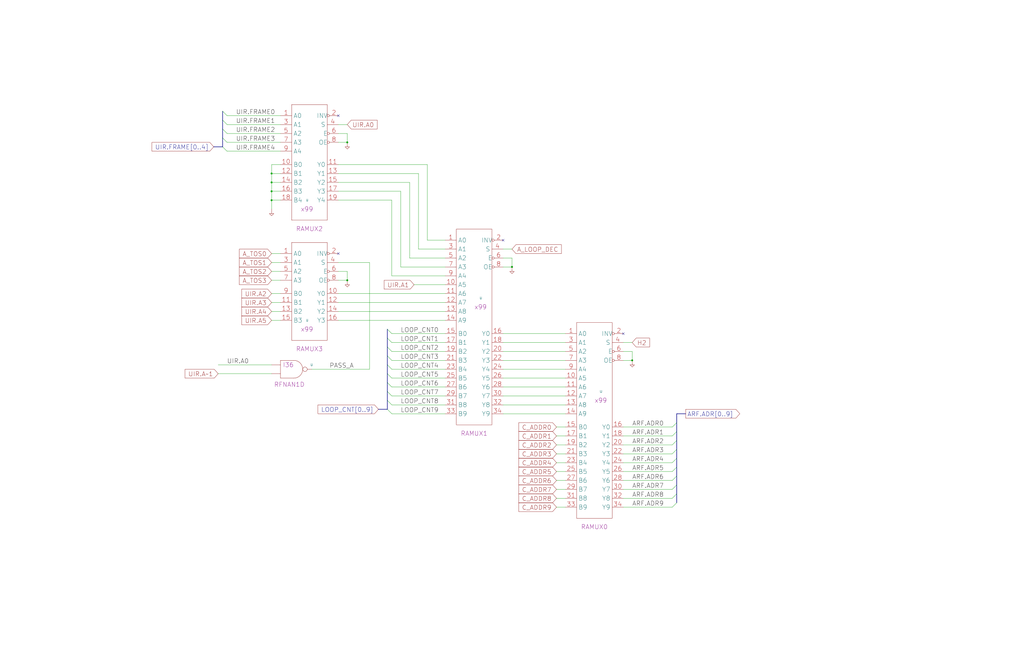
<source format=kicad_sch>
(kicad_sch (version 20220404) (generator eeschema)
  (paper "User" 584.2 378.46)
  (title_block (title "REGISTER FILE CONTROL\\nA ADDRESS GENERATION") (date "15-MAR-90") (rev "1.0") (comment 1 "TYPE") (comment 2 "232-003062") (comment 3 "S400") (comment 4 "RELEASED"))
  (lib_symbols
    (symbol "r1000:F00" (pin_numbers hide) (pin_names hide)
      (property "Reference" "U" (at 15.24 0 0))
      (property "Value" "F00" (at 1.905 -5.08 0))
      (property "Location" "___" (at 1.905 0 0))
      (property "Name" "______" (at 2.54 -12.7 0))
      (symbol "F00_0_1"
        (polyline (pts (xy -2.54 -7.62) (xy 5.08 -7.62)) (stroke (width 0.1524)))
        (polyline (pts (xy -2.54 2.54) (xy -2.54 -7.62)) (stroke (width 0.1524)))
        (polyline (pts (xy -2.54 2.54) (xy 5.08 2.54)) (stroke (width 0.1524)))
        (arc (start 5.08 -7.62) (mid 10.1282 -2.54) (end 5.08 2.54) (stroke (width 0.1524)))
        (circle (center 11.43 -2.54) (radius 1.27) (stroke (width 0.1524)))
      )
      (symbol "F00_0_2"
        (circle (center -3.81 -5.08) (radius 1.27) (stroke (width 0.1524)))
        (circle (center -3.81 0) (radius 1.27) (stroke (width 0.1524)))
        (arc (start -3.175 -7.62) (mid -2.134 -2.54) (end -3.175 2.54) (stroke (width 0.1524)))
        (polyline (pts (xy -3.175 -7.62) (xy 3.81 -7.62)) (stroke (width 0.1524)))
        (polyline (pts (xy -3.175 2.54) (xy 3.81 2.54)) (stroke (width 0.1524)))
        (arc (start 3.81 -7.62) (mid 7.5855 -5.8306) (end 10.16 -2.54) (stroke (width 0.1524)))
        (arc (start 10.16 -2.54) (mid 7.5827 0.7471) (end 3.81 2.54) (stroke (width 0.1524)))
      )
      (symbol "F00_1_1"
        (pin input line (at -7.62 0 0) (length 5.08) (name "D0") (number "1"))
        (pin input line (at -7.62 -5.08 0) (length 5.08) (name "D1") (number "2"))
        (pin output line (at 15.24 -2.54 180) (length 2.54) (name "Q") (number "3"))
      )
      (symbol "F00_1_2"
        (pin input line (at -7.62 0 0) (length 2.54) (name "D0") (number "1"))
        (pin input line (at -7.62 -5.08 0) (length 2.54) (name "D1") (number "2"))
        (pin output line (at 15.24 -2.54 180) (length 5.08) (name "Q") (number "3"))
      )
    )
    (symbol "r1000:PD" (power) (pin_numbers hide) (pin_names hide) (in_bom no)
      (symbol "PD_0_1"
        (polyline (pts (xy 0 -2.54) (xy 1.27 -2.54) (xy 0 -3.81) (xy -1.27 -2.54) (xy 0 -2.54)) (stroke (width 0.1524)))
      )
      (symbol "PD_1_1"
        (pin power_in line (at 0 0 270) (length 2.54) (name "PD") (number "1"))
      )
    )
    (symbol "r1000:XMUX10" (pin_names (offset 1.016))
      (property "Reference" "U" (at 2.54 5.08 0))
      (property "Value" "XMUX10" (at -6.35 -66.04 0))
      (property "Location" "___" (at -1.27 0 0))
      (property "Name" "______" (at -1.27 -73.66 0))
      (symbol "XMUX10_1_1"
        (rectangle (start -11.43 44.45) (end 8.89 -67.31))
        (circle (center 9.525 22.86) (radius 0.635))
        (circle (center 9.525 27.94) (radius 0.635))
        (circle (center 9.525 38.1) (radius 0.635))
        (pin input line (at -17.78 38.1 0) (length 6.35) (name "A0") (number "1"))
        (pin input line (at -17.78 12.7 0) (length 6.35) (name "A5") (number "10"))
        (pin input line (at -17.78 7.62 0) (length 6.35) (name "A6") (number "11"))
        (pin input line (at -17.78 2.54 0) (length 6.35) (name "A7") (number "12"))
        (pin input line (at -17.78 -2.54 0) (length 6.35) (name "A8") (number "13"))
        (pin input line (at -17.78 -7.62 0) (length 6.35) (name "A9") (number "14"))
        (pin input line (at -17.78 -15.24 0) (length 6.35) (name "B0") (number "15"))
        (pin tri_state line (at 15.24 -15.24 180) (length 6.35) (name "Y0") (number "16"))
        (pin input line (at -17.78 -20.32 0) (length 6.35) (name "B1") (number "17"))
        (pin tri_state line (at 15.24 -20.32 180) (length 6.35) (name "Y1") (number "18"))
        (pin input line (at -17.78 -25.4 0) (length 6.35) (name "B2") (number "19"))
        (pin input line (at 15.24 38.1 180) (length 5.08) (name "INV") (number "2"))
        (pin tri_state line (at 15.24 -25.4 180) (length 6.35) (name "Y2") (number "20"))
        (pin input line (at -17.78 -30.48 0) (length 6.35) (name "B3") (number "21"))
        (pin tri_state line (at 15.24 -30.48 180) (length 6.35) (name "Y3") (number "22"))
        (pin input line (at -17.78 -35.56 0) (length 6.35) (name "B4") (number "23"))
        (pin tri_state line (at 15.24 -35.56 180) (length 6.35) (name "Y4") (number "24"))
        (pin input line (at -17.78 -40.64 0) (length 6.35) (name "B5") (number "25"))
        (pin tri_state line (at 15.24 -40.64 180) (length 6.35) (name "Y5") (number "26"))
        (pin input line (at -17.78 -45.72 0) (length 6.35) (name "B6") (number "27"))
        (pin tri_state line (at 15.24 -45.72 180) (length 6.35) (name "Y6") (number "28"))
        (pin input line (at -17.78 -50.8 0) (length 6.35) (name "B7") (number "29"))
        (pin input line (at -17.78 33.02 0) (length 6.35) (name "A1") (number "3"))
        (pin tri_state line (at 15.24 -50.8 180) (length 6.35) (name "Y7") (number "30"))
        (pin input line (at -17.78 -55.88 0) (length 6.35) (name "B8") (number "31"))
        (pin tri_state line (at 15.24 -55.88 180) (length 6.35) (name "Y8") (number "32"))
        (pin input line (at -17.78 -60.96 0) (length 6.35) (name "B9") (number "33"))
        (pin tri_state line (at 15.24 -60.96 180) (length 6.35) (name "Y9") (number "34"))
        (pin input line (at 15.24 33.02 180) (length 6.35) (name "S") (number "4"))
        (pin input line (at -17.78 27.94 0) (length 6.35) (name "A2") (number "5"))
        (pin input line (at 15.24 27.94 180) (length 5.08) (name "E") (number "6"))
        (pin input line (at -17.78 22.86 0) (length 6.35) (name "A3") (number "7"))
        (pin input line (at 15.24 22.86 180) (length 5.08) (name "OE") (number "8"))
        (pin input line (at -17.78 17.78 0) (length 6.35) (name "A4") (number "9"))
      )
    )
    (symbol "r1000:XMUX4" (pin_names (offset 1.016))
      (property "Reference" "U" (at 2.54 5.08 0))
      (property "Value" "XMUX4" (at -1.27 -5.08 0))
      (property "Location" "___" (at -1.27 0 0))
      (property "Name" "______" (at 3.81 -12.7 0))
      (symbol "XMUX4_1_1"
        (rectangle (start -6.35 49.53) (end 13.97 -6.35))
        (circle (center 14.605 27.94) (radius 0.635))
        (circle (center 14.605 33.02) (radius 0.635))
        (circle (center 14.605 43.18) (radius 0.635))
        (pin input line (at -12.7 43.18 0) (length 6.35) (name "A0") (number "1"))
        (pin tri_state line (at 20.32 20.32 180) (length 6.35) (name "Y0") (number "10"))
        (pin input line (at -12.7 15.24 0) (length 6.35) (name "B1") (number "11"))
        (pin tri_state line (at 20.32 15.24 180) (length 6.35) (name "Y1") (number "12"))
        (pin input line (at -12.7 10.16 0) (length 6.35) (name "B2") (number "13"))
        (pin tri_state line (at 20.32 10.16 180) (length 6.35) (name "Y2") (number "14"))
        (pin input line (at -12.7 5.08 0) (length 6.35) (name "B3") (number "15"))
        (pin tri_state line (at 20.32 5.08 180) (length 6.35) (name "Y3") (number "16"))
        (pin input line (at 20.32 43.18 180) (length 5.08) (name "INV") (number "2"))
        (pin input line (at -12.7 38.1 0) (length 6.35) (name "A1") (number "3"))
        (pin input line (at 20.32 38.1 180) (length 6.35) (name "S") (number "4"))
        (pin input line (at -12.7 33.02 0) (length 6.35) (name "A2") (number "5"))
        (pin input line (at 20.32 33.02 180) (length 5.08) (name "E") (number "6"))
        (pin input line (at -12.7 27.94 0) (length 6.35) (name "A3") (number "7"))
        (pin input line (at 20.32 27.94 180) (length 5.08) (name "OE") (number "8"))
        (pin input line (at -12.7 20.32 0) (length 6.35) (name "B0") (number "9"))
      )
    )
    (symbol "r1000:XMUX5" (pin_names (offset 1.016))
      (property "Reference" "U" (at 2.54 5.08 0))
      (property "Value" "XMUX5" (at -1.27 -5.08 0))
      (property "Location" "___" (at -1.27 0 0))
      (property "Name" "______" (at 3.81 -12.7 0))
      (symbol "XMUX5_1_1"
        (rectangle (start -6.35 59.69) (end 13.97 -6.35))
        (circle (center 14.605 38.1) (radius 0.635))
        (circle (center 14.605 43.18) (radius 0.635))
        (circle (center 14.605 53.34) (radius 0.635))
        (pin input line (at -12.7 53.34 0) (length 6.35) (name "A0") (number "1"))
        (pin input line (at -12.7 25.4 0) (length 6.35) (name "B0") (number "10"))
        (pin tri_state line (at 20.32 25.4 180) (length 6.35) (name "Y0") (number "11"))
        (pin input line (at -12.7 20.32 0) (length 6.35) (name "B1") (number "12"))
        (pin tri_state line (at 20.32 20.32 180) (length 6.35) (name "Y1") (number "13"))
        (pin input line (at -12.7 15.24 0) (length 6.35) (name "B2") (number "14"))
        (pin tri_state line (at 20.32 15.24 180) (length 6.35) (name "Y2") (number "15"))
        (pin input line (at -12.7 10.16 0) (length 6.35) (name "B3") (number "16"))
        (pin tri_state line (at 20.32 10.16 180) (length 6.35) (name "Y3") (number "17"))
        (pin input line (at -12.7 5.08 0) (length 6.35) (name "B4") (number "18"))
        (pin tri_state line (at 20.32 5.08 180) (length 6.35) (name "Y4") (number "19"))
        (pin input line (at 20.32 53.34 180) (length 5.08) (name "INV") (number "2"))
        (pin input line (at -12.7 48.26 0) (length 6.35) (name "A1") (number "3"))
        (pin input line (at 20.32 48.26 180) (length 6.35) (name "S") (number "4"))
        (pin input line (at -12.7 43.18 0) (length 6.35) (name "A2") (number "5"))
        (pin input line (at 20.32 43.18 180) (length 5.08) (name "E") (number "6"))
        (pin input line (at -12.7 38.1 0) (length 6.35) (name "A3") (number "7"))
        (pin input line (at 20.32 38.1 180) (length 5.08) (name "OE") (number "8"))
        (pin input line (at -12.7 33.02 0) (length 6.35) (name "A4") (number "9"))
      )
    )
  )
  (junction (at 198.12 81.28))
  (junction (at 154.94 104.14))
  (junction (at 154.94 114.3))
  (junction (at 154.94 99.06))
  (junction (at 360.68 205.74))
  (junction (at 292.1 152.4))
  (junction (at 198.12 160.02))
  (junction (at 154.94 109.22))
  (no_connect (at 287.02 137.16))
  (no_connect (at 193.04 144.78))
  (no_connect (at 193.04 66.04))
  (no_connect (at 355.6 190.5))
  (bus_entry (at 386.08 261.62) (size -2.54 2.54))
  (bus_entry (at 386.08 251.46) (size -2.54 2.54))
  (bus_entry (at 127 83.82) (size 2.54 2.54))
  (bus_entry (at 220.98 203.2) (size 2.54 2.54))
  (bus_entry (at 386.08 287.02) (size -2.54 2.54))
  (bus_entry (at 127 68.58) (size 2.54 2.54))
  (bus_entry (at 386.08 281.94) (size -2.54 2.54))
  (bus_entry (at 220.98 228.6) (size 2.54 2.54))
  (bus_entry (at 220.98 233.68) (size 2.54 2.54))
  (bus_entry (at 386.08 276.86) (size -2.54 2.54))
  (bus_entry (at 127 73.66) (size 2.54 2.54))
  (bus_entry (at 220.98 193.04) (size 2.54 2.54))
  (bus_entry (at 220.98 213.36) (size 2.54 2.54))
  (bus_entry (at 386.08 266.7) (size -2.54 2.54))
  (bus_entry (at 386.08 241.3) (size -2.54 2.54))
  (bus_entry (at 127 63.5) (size 2.54 2.54))
  (bus_entry (at 127 78.74) (size 2.54 2.54))
  (bus_entry (at 386.08 246.38) (size -2.54 2.54))
  (bus_entry (at 220.98 187.96) (size 2.54 2.54))
  (bus_entry (at 386.08 271.78) (size -2.54 2.54))
  (bus_entry (at 220.98 218.44) (size 2.54 2.54))
  (bus_entry (at 386.08 256.54) (size -2.54 2.54))
  (bus_entry (at 220.98 223.52) (size 2.54 2.54))
  (bus_entry (at 220.98 208.28) (size 2.54 2.54))
  (bus_entry (at 220.98 198.12) (size 2.54 2.54))
  (wire (pts (xy 129.54 81.28) (xy 160.02 81.28)))
  (bus (pts (xy 386.08 251.46) (xy 386.08 246.38)))
  (wire (pts (xy 193.04 109.22) (xy 228.6 109.22)))
  (wire (pts (xy 223.52 114.3) (xy 223.52 157.48)))
  (wire (pts (xy 355.6 289.56) (xy 383.54 289.56)))
  (wire (pts (xy 287.02 236.22) (xy 322.58 236.22)))
  (wire (pts (xy 193.04 160.02) (xy 198.12 160.02)))
  (wire (pts (xy 287.02 152.4) (xy 292.1 152.4)))
  (bus (pts (xy 121.92 83.82) (xy 127 83.82)))
  (wire (pts (xy 317.5 269.24) (xy 322.58 269.24)))
  (wire (pts (xy 223.52 190.5) (xy 254 190.5)))
  (wire (pts (xy 355.6 243.84) (xy 383.54 243.84)))
  (wire (pts (xy 129.54 71.12) (xy 160.02 71.12)))
  (wire (pts (xy 223.52 210.82) (xy 254 210.82)))
  (wire (pts (xy 317.5 284.48) (xy 322.58 284.48)))
  (wire (pts (xy 233.68 104.14) (xy 193.04 104.14)))
  (wire (pts (xy 287.02 215.9) (xy 322.58 215.9)))
  (wire (pts (xy 355.6 274.32) (xy 383.54 274.32)))
  (bus (pts (xy 386.08 261.62) (xy 386.08 256.54)))
  (bus (pts (xy 386.08 276.86) (xy 386.08 271.78)))
  (wire (pts (xy 360.68 205.74) (xy 360.68 200.66)))
  (bus (pts (xy 386.08 236.22) (xy 391.16 236.22)))
  (wire (pts (xy 154.94 119.38) (xy 154.94 114.3)))
  (wire (pts (xy 355.6 284.48) (xy 383.54 284.48)))
  (wire (pts (xy 154.94 149.86) (xy 160.02 149.86)))
  (wire (pts (xy 243.84 137.16) (xy 254 137.16)))
  (wire (pts (xy 317.5 243.84) (xy 322.58 243.84)))
  (bus (pts (xy 220.98 208.28) (xy 220.98 213.36)))
  (wire (pts (xy 154.94 182.88) (xy 160.02 182.88)))
  (wire (pts (xy 129.54 76.2) (xy 160.02 76.2)))
  (wire (pts (xy 177.8 210.82) (xy 210.82 210.82)))
  (wire (pts (xy 193.04 99.06) (xy 238.76 99.06)))
  (wire (pts (xy 193.04 172.72) (xy 254 172.72)))
  (wire (pts (xy 193.04 149.86) (xy 210.82 149.86)))
  (wire (pts (xy 355.6 195.58) (xy 360.68 195.58)))
  (wire (pts (xy 243.84 93.98) (xy 243.84 137.16)))
  (bus (pts (xy 220.98 193.04) (xy 220.98 198.12)))
  (bus (pts (xy 386.08 256.54) (xy 386.08 251.46)))
  (wire (pts (xy 360.68 200.66) (xy 355.6 200.66)))
  (wire (pts (xy 223.52 114.3) (xy 193.04 114.3)))
  (wire (pts (xy 287.02 226.06) (xy 322.58 226.06)))
  (wire (pts (xy 154.94 114.3) (xy 160.02 114.3)))
  (wire (pts (xy 154.94 154.94) (xy 160.02 154.94)))
  (wire (pts (xy 292.1 147.32) (xy 287.02 147.32)))
  (bus (pts (xy 127 63.5) (xy 127 68.58)))
  (wire (pts (xy 228.6 109.22) (xy 228.6 152.4)))
  (wire (pts (xy 154.94 99.06) (xy 160.02 99.06)))
  (wire (pts (xy 223.52 200.66) (xy 254 200.66)))
  (wire (pts (xy 287.02 195.58) (xy 322.58 195.58)))
  (wire (pts (xy 154.94 104.14) (xy 160.02 104.14)))
  (wire (pts (xy 228.6 152.4) (xy 254 152.4)))
  (wire (pts (xy 193.04 177.8) (xy 254 177.8)))
  (bus (pts (xy 386.08 281.94) (xy 386.08 276.86)))
  (wire (pts (xy 154.94 93.98) (xy 160.02 93.98)))
  (bus (pts (xy 220.98 228.6) (xy 220.98 233.68)))
  (wire (pts (xy 210.82 210.82) (xy 210.82 149.86)))
  (wire (pts (xy 193.04 167.64) (xy 254 167.64)))
  (wire (pts (xy 317.5 274.32) (xy 322.58 274.32)))
  (wire (pts (xy 198.12 76.2) (xy 193.04 76.2)))
  (wire (pts (xy 238.76 142.24) (xy 254 142.24)))
  (wire (pts (xy 287.02 190.5) (xy 322.58 190.5)))
  (wire (pts (xy 355.6 264.16) (xy 383.54 264.16)))
  (bus (pts (xy 127 78.74) (xy 127 83.82)))
  (wire (pts (xy 355.6 205.74) (xy 360.68 205.74)))
  (wire (pts (xy 236.22 162.56) (xy 254 162.56)))
  (wire (pts (xy 317.5 259.08) (xy 322.58 259.08)))
  (wire (pts (xy 154.94 109.22) (xy 154.94 104.14)))
  (wire (pts (xy 287.02 231.14) (xy 322.58 231.14)))
  (bus (pts (xy 220.98 198.12) (xy 220.98 203.2)))
  (wire (pts (xy 154.94 104.14) (xy 154.94 99.06)))
  (wire (pts (xy 287.02 205.74) (xy 322.58 205.74)))
  (bus (pts (xy 220.98 223.52) (xy 220.98 228.6)))
  (wire (pts (xy 287.02 200.66) (xy 322.58 200.66)))
  (wire (pts (xy 223.52 236.22) (xy 254 236.22)))
  (wire (pts (xy 193.04 81.28) (xy 198.12 81.28)))
  (wire (pts (xy 154.94 167.64) (xy 160.02 167.64)))
  (wire (pts (xy 129.54 66.04) (xy 160.02 66.04)))
  (wire (pts (xy 287.02 142.24) (xy 292.1 142.24)))
  (wire (pts (xy 193.04 71.12) (xy 198.12 71.12)))
  (wire (pts (xy 154.94 109.22) (xy 160.02 109.22)))
  (wire (pts (xy 198.12 160.02) (xy 198.12 154.94)))
  (wire (pts (xy 223.52 231.14) (xy 254 231.14)))
  (wire (pts (xy 317.5 254) (xy 322.58 254)))
  (wire (pts (xy 154.94 160.02) (xy 160.02 160.02)))
  (bus (pts (xy 215.9 233.68) (xy 220.98 233.68)))
  (wire (pts (xy 198.12 154.94) (xy 193.04 154.94)))
  (wire (pts (xy 233.68 104.14) (xy 233.68 147.32)))
  (wire (pts (xy 129.54 86.36) (xy 160.02 86.36)))
  (wire (pts (xy 124.46 213.36) (xy 154.94 213.36)))
  (wire (pts (xy 287.02 210.82) (xy 322.58 210.82)))
  (wire (pts (xy 287.02 220.98) (xy 322.58 220.98)))
  (wire (pts (xy 243.84 93.98) (xy 193.04 93.98)))
  (wire (pts (xy 223.52 195.58) (xy 254 195.58)))
  (bus (pts (xy 386.08 241.3) (xy 386.08 236.22)))
  (wire (pts (xy 223.52 205.74) (xy 254 205.74)))
  (wire (pts (xy 154.94 172.72) (xy 160.02 172.72)))
  (wire (pts (xy 223.52 215.9) (xy 254 215.9)))
  (bus (pts (xy 127 68.58) (xy 127 73.66)))
  (bus (pts (xy 386.08 266.7) (xy 386.08 261.62)))
  (wire (pts (xy 317.5 264.16) (xy 322.58 264.16)))
  (wire (pts (xy 223.52 157.48) (xy 254 157.48)))
  (wire (pts (xy 317.5 248.92) (xy 322.58 248.92)))
  (wire (pts (xy 355.6 248.92) (xy 383.54 248.92)))
  (bus (pts (xy 220.98 187.96) (xy 220.98 193.04)))
  (wire (pts (xy 317.5 279.4) (xy 322.58 279.4)))
  (wire (pts (xy 292.1 152.4) (xy 292.1 147.32)))
  (bus (pts (xy 220.98 213.36) (xy 220.98 218.44)))
  (wire (pts (xy 198.12 81.28) (xy 198.12 76.2)))
  (wire (pts (xy 193.04 182.88) (xy 254 182.88)))
  (bus (pts (xy 386.08 271.78) (xy 386.08 266.7)))
  (wire (pts (xy 154.94 99.06) (xy 154.94 93.98)))
  (wire (pts (xy 317.5 289.56) (xy 322.58 289.56)))
  (wire (pts (xy 154.94 177.8) (xy 160.02 177.8)))
  (wire (pts (xy 238.76 99.06) (xy 238.76 142.24)))
  (wire (pts (xy 355.6 269.24) (xy 383.54 269.24)))
  (bus (pts (xy 127 73.66) (xy 127 78.74)))
  (bus (pts (xy 386.08 246.38) (xy 386.08 241.3)))
  (wire (pts (xy 355.6 254) (xy 383.54 254)))
  (wire (pts (xy 154.94 144.78) (xy 160.02 144.78)))
  (wire (pts (xy 223.52 226.06) (xy 254 226.06)))
  (wire (pts (xy 233.68 147.32) (xy 254 147.32)))
  (wire (pts (xy 223.52 220.98) (xy 254 220.98)))
  (wire (pts (xy 355.6 259.08) (xy 383.54 259.08)))
  (wire (pts (xy 355.6 279.4) (xy 383.54 279.4)))
  (bus (pts (xy 220.98 218.44) (xy 220.98 223.52)))
  (wire (pts (xy 154.94 114.3) (xy 154.94 109.22)))
  (bus (pts (xy 386.08 287.02) (xy 386.08 281.94)))
  (bus (pts (xy 220.98 203.2) (xy 220.98 208.28)))
  (wire (pts (xy 124.46 208.28) (xy 154.94 208.28)))
  (label "PASS_A" (at 187.96 210.82 0) (effects (font (size 2.54 2.54))))
  (label "UIR.FRAME1" (at 134.62 71.12 0) (effects (font (size 2.54 2.54))))
  (label "ARF.ADR3" (at 360.68 259.08 0) (effects (font (size 2.54 2.54))))
  (label "LOOP_CNT7" (at 228.6 226.06 0) (effects (font (size 2.54 2.54))))
  (label "ARF.ADR7" (at 360.68 279.4 0) (effects (font (size 2.54 2.54))))
  (label "ARF.ADR0" (at 360.68 243.84 0) (effects (font (size 2.54 2.54))))
  (label "LOOP_CNT8" (at 228.6 231.14 0) (effects (font (size 2.54 2.54))))
  (label "ARF.ADR8" (at 360.68 284.48 0) (effects (font (size 2.54 2.54))))
  (label "UIR.FRAME2" (at 134.62 76.2 0) (effects (font (size 2.54 2.54))))
  (label "ARF.ADR6" (at 360.68 274.32 0) (effects (font (size 2.54 2.54))))
  (label "LOOP_CNT9" (at 228.6 236.22 0) (effects (font (size 2.54 2.54))))
  (label "ARF.ADR5" (at 360.68 269.24 0) (effects (font (size 2.54 2.54))))
  (label "LOOP_CNT2" (at 228.6 200.66 0) (effects (font (size 2.54 2.54))))
  (label "LOOP_CNT4" (at 228.6 210.82 0) (effects (font (size 2.54 2.54))))
  (label "UIR.FRAME4" (at 134.62 86.36 0) (effects (font (size 2.54 2.54))))
  (label "LOOP_CNT5" (at 228.6 215.9 0) (effects (font (size 2.54 2.54))))
  (label "LOOP_CNT3" (at 228.6 205.74 0) (effects (font (size 2.54 2.54))))
  (label "LOOP_CNT0" (at 228.6 190.5 0) (effects (font (size 2.54 2.54))))
  (label "LOOP_CNT1" (at 228.6 195.58 0) (effects (font (size 2.54 2.54))))
  (label "UIR.FRAME3" (at 134.62 81.28 0) (effects (font (size 2.54 2.54))))
  (label "ARF.ADR9" (at 360.68 289.56 0) (effects (font (size 2.54 2.54))))
  (label "ARF.ADR4" (at 360.68 264.16 0) (effects (font (size 2.54 2.54))))
  (label "UIR.A0" (at 129.54 208.28 0) (effects (font (size 2.54 2.54))))
  (label "ARF.ADR1" (at 360.68 248.92 0) (effects (font (size 2.54 2.54))))
  (label "UIR.FRAME0" (at 134.62 66.04 0) (effects (font (size 2.54 2.54))))
  (label "ARF.ADR2" (at 360.68 254 0) (effects (font (size 2.54 2.54))))
  (label "LOOP_CNT6" (at 228.6 220.98 0) (effects (font (size 2.54 2.54))))
  (global_label "A_TOS0" (shape input) (at 154.94 144.78 180) (effects (font (size 2.54 2.54))) (property "Intersheet References" "${INTERSHEET_REFS}" (at 136.5673 144.6213 0) (effects (font (size 1.905 1.905)) (justify right))))
  (global_label "UIR.A0" (shape input) (at 198.12 71.12 0) (effects (font (size 2.54 2.54))) (property "Intersheetrefs" "${INTERSHEET_REFS}" (at 215.829 71.12 0) (effects (justify left))))
  (global_label "C_ADDR1" (shape input) (at 317.5 248.92 180) (effects (font (size 2.54 2.54))) (property "Intersheet References" "${INTERSHEET_REFS}" (at 297.9178 248.7613 0) (effects (font (size 1.905 1.905)) (justify right))))
  (global_label "A_LOOP_DEC" (shape input) (at 292.1 142.24 0) (effects (font (size 2.54 2.54))) (property "Intersheet References" "${INTERSHEET_REFS}" (at 320.2698 142.0813 0) (effects (font (size 1.905 1.905)) (justify left))))
  (global_label "A_TOS2" (shape input) (at 154.94 154.94 180) (effects (font (size 2.54 2.54))) (property "Intersheet References" "${INTERSHEET_REFS}" (at 136.5673 154.7813 0) (effects (font (size 1.905 1.905)) (justify right))))
  (global_label "C_ADDR0" (shape input) (at 317.5 243.84 180) (effects (font (size 2.54 2.54))) (property "Intersheet References" "${INTERSHEET_REFS}" (at 295.9826 243.6813 0) (effects (font (size 1.905 1.905)) (justify right))))
  (global_label "UIR.A4" (shape input) (at 154.94 177.8 180) (effects (font (size 2.54 2.54))) (property "Intersheetrefs" "${INTERSHEET_REFS}" (at 137.231 177.8 0) (effects (justify right))))
  (global_label "C_ADDR5" (shape input) (at 317.5 269.24 180) (effects (font (size 2.54 2.54))) (property "Intersheet References" "${INTERSHEET_REFS}" (at 295.9826 269.0813 0) (effects (font (size 1.905 1.905)) (justify right))))
  (global_label "C_ADDR6" (shape input) (at 317.5 274.32 180) (effects (font (size 2.54 2.54))) (property "Intersheet References" "${INTERSHEET_REFS}" (at 295.9826 274.1613 0) (effects (font (size 1.905 1.905)) (justify right))))
  (global_label "UIR.A1" (shape input) (at 236.22 162.56 180) (effects (font (size 2.54 2.54))) (property "Intersheetrefs" "${INTERSHEET_REFS}" (at 218.511 162.56 0) (effects (justify right))))
  (global_label "C_ADDR3" (shape input) (at 317.5 259.08 180) (effects (font (size 2.54 2.54))) (property "Intersheet References" "${INTERSHEET_REFS}" (at 295.9826 258.9213 0) (effects (font (size 1.905 1.905)) (justify right))))
  (global_label "LOOP_CNT[0..9]" (shape input) (at 215.9 233.68 180) (effects (font (size 2.54 2.54))) (property "Intersheet References" "${INTERSHEET_REFS}" (at 181.4407 233.5213 0) (effects (font (size 1.905 1.905)) (justify right))))
  (global_label "UIR.A2" (shape input) (at 154.94 167.64 180) (effects (font (size 2.54 2.54))) (property "Intersheetrefs" "${INTERSHEET_REFS}" (at 137.231 167.64 0) (effects (justify right))))
  (global_label "C_ADDR2" (shape input) (at 317.5 254 180) (effects (font (size 2.54 2.54))) (property "Intersheet References" "${INTERSHEET_REFS}" (at 295.9826 253.8413 0) (effects (font (size 1.905 1.905)) (justify right))))
  (global_label "C_ADDR4" (shape input) (at 317.5 264.16 180) (effects (font (size 2.54 2.54))) (property "Intersheet References" "${INTERSHEET_REFS}" (at 295.9826 264.0013 0) (effects (font (size 1.905 1.905)) (justify right))))
  (global_label "UIR.FRAME[0..4]" (shape input) (at 121.92 83.82 180) (effects (font (size 2.54 2.54))) (property "Intersheet References" "${INTERSHEET_REFS}" (at 86.735 83.6613 0) (effects (font (size 1.905 1.905)) (justify right))))
  (global_label "ARF.ADR[0..9]" (shape output) (at 391.16 236.22 0) (effects (font (size 2.54 2.54))) (property "Intersheet References" "${INTERSHEET_REFS}" (at 422.6573 236.22 0) (effects (font (size 1.905 1.905)) (justify left))))
  (global_label "A_TOS1" (shape input) (at 154.94 149.86 180) (effects (font (size 2.54 2.54))) (property "Intersheet References" "${INTERSHEET_REFS}" (at 136.5673 149.7013 0) (effects (font (size 1.905 1.905)) (justify right))))
  (global_label "UIR.A~1" (shape input) (at 124.46 213.36 180) (effects (font (size 2.54 2.54))) (property "Intersheetrefs" "${INTERSHEET_REFS}" (at 104.9367 213.36 0) (effects (justify right))))
  (global_label "C_ADDR9" (shape input) (at 317.5 289.56 180) (effects (font (size 2.54 2.54))) (property "Intersheet References" "${INTERSHEET_REFS}" (at 295.9826 289.4013 0) (effects (font (size 1.905 1.905)) (justify right))))
  (global_label "C_ADDR8" (shape input) (at 317.5 284.48 180) (effects (font (size 2.54 2.54))) (property "Intersheet References" "${INTERSHEET_REFS}" (at 295.9826 284.3213 0) (effects (font (size 1.905 1.905)) (justify right))))
  (global_label "UIR.A3" (shape input) (at 154.94 172.72 180) (effects (font (size 2.54 2.54))) (property "Intersheetrefs" "${INTERSHEET_REFS}" (at 137.231 172.72 0) (effects (justify right))))
  (global_label "C_ADDR7" (shape input) (at 317.5 279.4 180) (effects (font (size 2.54 2.54))) (property "Intersheet References" "${INTERSHEET_REFS}" (at 295.9826 279.2413 0) (effects (font (size 1.905 1.905)) (justify right))))
  (global_label "UIR.A5" (shape input) (at 154.94 182.88 180) (effects (font (size 2.54 2.54))) (property "Intersheetrefs" "${INTERSHEET_REFS}" (at 137.231 182.88 0) (effects (justify right))))
  (global_label "A_TOS3" (shape input) (at 154.94 160.02 180) (effects (font (size 2.54 2.54))) (property "Intersheet References" "${INTERSHEET_REFS}" (at 136.5673 159.8613 0) (effects (font (size 1.905 1.905)) (justify right))))
  (global_label "H2" (shape input) (at 360.68 195.58 0) (effects (font (size 2.54 2.54))) (property "Intersheet References" "${INTERSHEET_REFS}" (at 370.586 195.4213 0) (effects (font (size 1.905 1.905)) (justify left))))
  (symbol (lib_id "r1000:PD") (at 360.68 205.74 0) (unit 1) (in_bom no)
    (default_instance (reference "U") (unit 1) (value "") (footprint ""))
    (property "Reference" "U" (effects hide))
  )
  (symbol (lib_id "r1000:PD") (at 292.1 152.4 0) (unit 1) (in_bom no)
    (default_instance (reference "U") (unit 1) (value "") (footprint ""))
    (property "Reference" "U" (effects hide))
  )
  (symbol (lib_id "r1000:XMUX10") (at 271.78 175.26 0) (unit 1)
    (default_instance (reference "U") (unit 1) (value "") (footprint ""))
    (property "Reference" "U" (at 274.32 170.18 0))
    (property "Location" "x99" (at 270.51 175.26 0) (effects (font (size 2.54 2.54)) (justify left)))
    (property "Name" "RAMUX1" (at 270.51 248.92 0) (effects (font (size 2.54 2.54)) (justify bottom)))
  )
  (symbol (lib_id "r1000:PD") (at 154.94 119.38 0) (unit 1) (in_bom no)
    (default_instance (reference "U") (unit 1) (value "") (footprint ""))
    (property "Reference" "U" (effects hide))
  )
  (symbol (lib_id "r1000:PD") (at 198.12 160.02 0) (unit 1) (in_bom no)
    (default_instance (reference "U") (unit 1) (value "") (footprint ""))
    (property "Reference" "U" (effects hide))
  )
  (symbol (lib_id "r1000:PD") (at 198.12 81.28 0) (unit 1) (in_bom no)
    (default_instance (reference "U") (unit 1) (value "") (footprint ""))
    (property "Reference" "U" (effects hide))
  )
  (symbol (lib_id "r1000:XMUX10") (at 340.36 228.6 0) (unit 1)
    (default_instance (reference "U") (unit 1) (value "") (footprint ""))
    (property "Reference" "U" (at 342.9 223.52 0))
    (property "Location" "x99" (at 339.09 228.6 0) (effects (font (size 2.54 2.54)) (justify left)))
    (property "Name" "RAMUX0" (at 339.09 302.26 0) (effects (font (size 2.54 2.54)) (justify bottom)))
  )
  (symbol (lib_id "r1000:XMUX5") (at 172.72 119.38 0) (unit 1)
    (default_instance (reference "U") (unit 1) (value "") (footprint ""))
    (property "Reference" "U" (at 175.26 114.3 0))
    (property "Location" "x99" (at 171.45 119.38 0) (effects (font (size 2.54 2.54)) (justify left)))
    (property "Name" "RAMUX2" (at 176.53 132.08 0) (effects (font (size 2.54 2.54)) (justify bottom)))
  )
  (symbol (lib_id "r1000:F00") (at 162.56 208.28 0) (unit 1)
    (default_instance (reference "U") (unit 1) (value "") (footprint ""))
    (property "Reference" "U" (at 177.8 208.28 0))
    (property "Location" "I36" (at 164.465 208.28 0) (effects (font (size 2.54 2.54))))
    (property "Name" "RFNAN1D" (at 165.1 220.98 0) (effects (font (size 2.54 2.54)) (justify bottom)))
  )
  (symbol (lib_id "r1000:XMUX4") (at 172.72 187.96 0) (unit 1)
    (default_instance (reference "U") (unit 1) (value "") (footprint ""))
    (property "Reference" "U" (at 175.26 182.88 0))
    (property "Location" "x99" (at 171.45 187.96 0) (effects (font (size 2.54 2.54)) (justify left)))
    (property "Name" "RAMUX3" (at 176.53 200.66 0) (effects (font (size 2.54 2.54)) (justify bottom)))
  )
)
</source>
